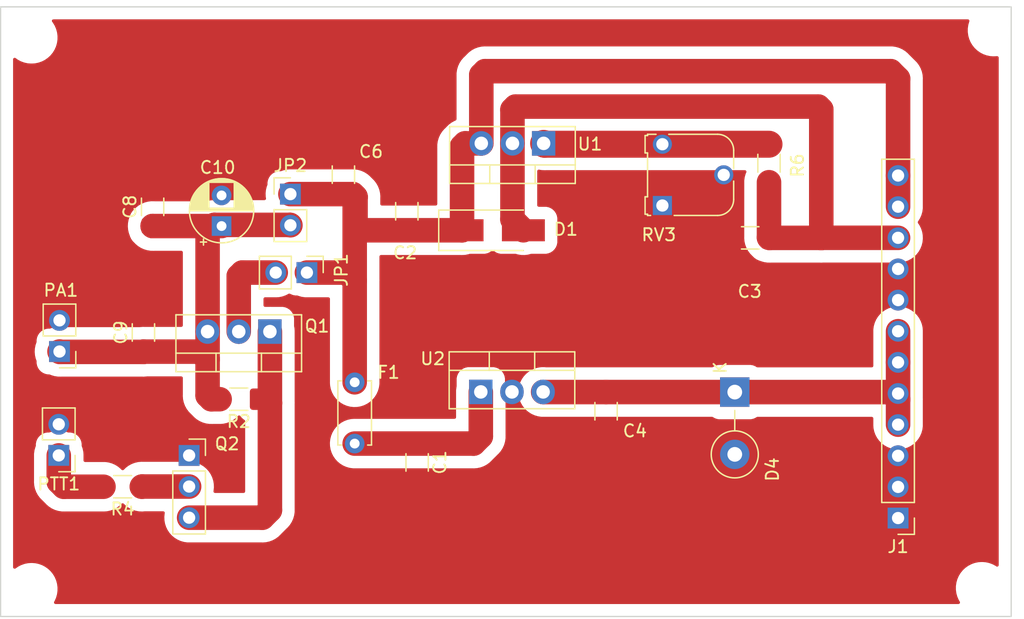
<source format=kicad_pcb>
(kicad_pcb (version 20211014) (generator pcbnew)
  (layers (0 "F.Cu" signal) (31 "B.Cu" signal) (35 "F.Paste" user) (37 "F.SilkS" user "F.Silkscreen") (38 "B.Mask" user) (39 "F.Mask" user) (44 "Edge.Cuts" user))
  (net 0 "")
  (net 1 "GND")
  (net 2 "+VDC")
  (net 3 "Net-(C4-Pad1)")
  (net 4 "Net-(C3-Pad1)")
  (net 5 "Net-(R6-Pad2)")
  (net 6 "Net-(C2-Pad1)")
  (net 7 "Net-(JP1-Pad2)")
  (net 8 "Net-(PTT1-Pad1)")
  (net 9 "Net-(Q1-Pad1)")
  (net 10 "Net-(Q2-Pad2)")
  (net 11 "Net-(C1-Pad1)")
  (footprint "Package_TO_SOT_THT:TO-220-3_Vertical" (layer "F.Cu") (at 71.69 69.955)
    (fp_text reference "U2" (at -3.92 -2.705) (layer "F.SilkS"))
    (fp_text value "Mornsun K7805-1000R3" hide)
    (fp_line (start 4.391 -3.27) (end 4.391 -1.76) (layer "F.SilkS") (width 0.12))
    (fp_line (start -2.58 1.371) (end 7.66 1.371) (layer "F.SilkS") (width 0.12))
    (fp_line (start 0.69 -3.27) (end 0.69 -1.76) (layer "F.SilkS") (width 0.12))
    (fp_line (start -2.58 -3.27) (end 7.66 -3.27) (layer "F.SilkS") (width 0.12))
    (fp_line (start -2.58 -1.76) (end 7.66 -1.76) (layer "F.SilkS") (width 0.12))
    (fp_line (start 7.66 -3.27) (end 7.66 1.371) (layer "F.SilkS") (width 0.12))
    (fp_line (start -2.58 -3.27) (end -2.58 1.371) (layer "F.SilkS") (width 0.12))
    (pad "1" thru_hole rect (at 0 0) (size 1.905 2) (drill 1.1) (layers *.Cu *.Mask) (net 11 "Net-(C1-Pad1)"))
    (pad "2" thru_hole oval (at 2.54 0) (size 1.905 2) (drill 1.1) (layers *.Cu *.Mask) (net 1 "GND"))
    (pad "3" thru_hole oval (at 5.08 0) (size 1.905 2) (drill 1.1) (layers *.Cu *.Mask) (net 3 "Net-(C4-Pad1)"))
  )
  (footprint "Capacitor_SMD:C_1206_3216Metric_Pad1.33x1.80mm_HandSolder" (layer "F.Cu") (at 93.6475 57.39 180)
    (fp_text reference "C3" (at 0.04 -4.37) (layer "F.SilkS"))
    (fp_text value "100nF" hide)
    (fp_line (start -0.711252 -0.91) (end 0.711252 -0.91) (layer "F.SilkS") (width 0.12))
    (fp_line (start -0.711252 0.91) (end 0.711252 0.91) (layer "F.SilkS") (width 0.12))
    (pad "1" smd roundrect (at -1.5625 0 180) (size 1.325 1.8) (layers "F.Cu" "F.Paste" "F.Mask") (roundrect_rratio 0.188679) (net 4 "Net-(C3-Pad1)"))
    (pad "2" smd roundrect (at 1.5625 0 180) (size 1.325 1.8) (layers "F.Cu" "F.Paste" "F.Mask") (roundrect_rratio 0.188679) (net 1 "GND"))
  )
  (footprint "Capacitor_THT:CP_Radial_D5.0mm_P2.50mm" (layer "F.Cu") (at 50.56 56.425112 90)
    (fp_text reference "C10" (at 4.775112 -0.32 180) (layer "F.SilkS"))
    (fp_text value "22uF 25v" hide)
    (fp_line (start 2.891 -2.004) (end 2.891 -1.04) (layer "F.SilkS") (width 0.12))
    (fp_line (start 3.331 -1.554) (end 3.331 -1.04) (layer "F.SilkS") (width 0.12))
    (fp_line (start 3.331 1.04) (end 3.331 1.554) (layer "F.SilkS") (width 0.12))
    (fp_line (start 3.171 1.04) (end 3.171 1.743) (layer "F.SilkS") (width 0.12))
    (fp_line (start 3.131 -1.785) (end 3.131 -1.04) (layer "F.SilkS") (width 0.12))
    (fp_line (start 2.531 1.04) (end 2.531 2.247) (layer "F.SilkS") (width 0.12))
    (fp_line (start 3.051 -1.864) (end 3.051 -1.04) (layer "F.SilkS") (width 0.12))
    (fp_line (start 2.851 -2.035) (end 2.851 -1.04) (layer "F.SilkS") (width 0.12))
    (fp_line (start 2.011 1.04) (end 2.011 2.468) (layer "F.SilkS") (width 0.12))
    (fp_line (start 1.81 1.04) (end 1.81 2.52) (layer "F.SilkS") (width 0.12))
    (fp_line (start -1.304775 -1.725) (end -1.304775 -1.225) (layer "F.SilkS") (width 0.12))
    (fp_line (start 2.331 1.04) (end 2.331 2.348) (layer "F.SilkS") (width 0.12))
    (fp_line (start 2.131 1.04) (end 2.131 2.428) (layer "F.SilkS") (width 0.12))
    (fp_line (start 2.571 1.04) (end 2.571 2.224) (layer "F.SilkS") (width 0.12))
    (fp_line (start 2.811 1.04) (end 2.811 2.065) (layer "F.SilkS") (width 0.12))
    (fp_line (start 1.25 -2.58) (end 1.25 2.58) (layer "F.SilkS") (width 0.12))
    (fp_line (start 2.731 1.04) (end 2.731 2.122) (layer "F.SilkS") (width 0.12))
    (fp_line (start 1.57 1.04) (end 1.57 2.561) (layer "F.SilkS") (width 0.12))
    (fp_line (start 2.731 -2.122) (end 2.731 -1.04) (layer "F.SilkS") (width 0.12))
    (fp_line (start 1.93 -2.491) (end 1.93 -1.04) (layer "F.SilkS") (width 0.12))
    (fp_line (start 3.251 1.04) (end 3.251 1.653) (layer "F.SilkS") (width 0.12))
    (fp_line (start 3.651 -1.011) (end 3.651 1.011) (layer "F.SilkS") (width 0.12))
    (fp_line (start 1.89 -2.501) (end 1.89 -1.04) (layer "F.SilkS") (width 0.12))
    (fp_line (start 2.011 -2.468) (end 2.011 -1.04) (layer "F.SilkS") (width 0.12))
    (fp_line (start 2.891 1.04) (end 2.891 2.004) (layer "F.SilkS") (width 0.12))
    (fp_line (start 1.971 -2.48) (end 1.971 -1.04) (layer "F.SilkS") (width 0.12))
    (fp_line (start 2.411 1.04) (end 2.411 2.31) (layer "F.SilkS") (width 0.12))
    (fp_line (start 3.451 -1.383) (end 3.451 -1.04) (layer "F.SilkS") (width 0.12))
    (fp_line (start 2.171 -2.414) (end 2.171 -1.04) (layer "F.SilkS") (width 0.12))
    (fp_line (start 3.851 -0.284) (end 3.851 0.284) (layer "F.SilkS") (width 0.12))
    (fp_line (start 2.211 -2.398) (end 2.211 -1.04) (layer "F.SilkS") (width 0.12))
    (fp_line (start 3.291 -1.605) (end 3.291 -1.04) (layer "F.SilkS") (width 0.12))
    (fp_line (start 2.851 1.04) (end 2.851 2.035) (layer "F.SilkS") (width 0.12))
    (fp_line (start 1.49 1.04) (end 1.49 2.569) (layer "F.SilkS") (width 0.12))
    (fp_line (start 2.611 -2.2) (end 2.611 -1.04) (layer "F.SilkS") (width 0.12))
    (fp_line (start 2.371 -2.329) (end 2.371 -1.04) (layer "F.SilkS") (width 0.12))
    (fp_line (start 3.771 -0.677) (end 3.771 0.677) (layer "F.SilkS") (width 0.12))
    (fp_line (start 1.53 -2.565) (end 1.53 -1.04) (layer "F.SilkS") (width 0.12))
    (fp_line (start 1.57 -2.561) (end 1.57 -1.04) (layer "F.SilkS") (width 0.12))
    (fp_line (start 3.371 -1.5) (end 3.371 -1.04) (layer "F.SilkS") (width 0.12))
    (fp_line (start 2.771 -2.095) (end 2.771 -1.04) (layer "F.SilkS") (width 0.12))
    (fp_line (start 2.611 1.04) (end 2.611 2.2) (layer "F.SilkS") (width 0.12))
    (fp_line (start 2.331 -2.348) (end 2.331 -1.04) (layer "F.SilkS") (width 0.12))
    (fp_line (start 2.651 -2.175) (end 2.651 -1.04) (layer "F.SilkS") (width 0.12))
    (fp_line (start 3.091 -1.826) (end 3.091 -1.04) (layer "F.SilkS") (width 0.12))
    (fp_line (start 2.491 1.04) (end 2.491 2.268) (layer "F.SilkS") (width 0.12))
    (fp_line (start 2.771 1.04) (end 2.771 2.095) (layer "F.SilkS") (width 0.12))
    (fp_line (start 3.091 1.04) (end 3.091 1.826) (layer "F.SilkS") (width 0.12))
    (fp_line (start 3.251 -1.653) (end 3.251 -1.04) (layer "F.SilkS") (width 0.12))
    (fp_line (start 3.451 1.04) (end 3.451 1.383) (layer "F.SilkS") (width 0.12))
    (fp_line (start 3.051 1.04) (end 3.051 1.864) (layer "F.SilkS") (width 0.12))
    (fp_line (start 2.691 -2.149) (end 2.691 -1.04) (layer "F.SilkS") (width 0.12))
    (fp_line (start 3.371 1.04) (end 3.371 1.5) (layer "F.SilkS") (width 0.12))
    (fp_line (start 2.091 1.04) (end 2.091 2.442) (layer "F.SilkS") (width 0.12))
    (fp_line (start 2.811 -2.065) (end 2.811 -1.04) (layer "F.SilkS") (width 0.12))
    (fp_line (start 2.931 1.04) (end 2.931 1.971) (layer "F.SilkS") (width 0.12))
    (fp_line (start 2.051 1.04) (end 2.051 2.455) (layer "F.SilkS") (width 0.12))
    (fp_line (start 1.53 1.04) (end 1.53 2.565) (layer "F.SilkS") (width 0.12))
    (fp_line (start 3.811 -0.518) (end 3.811 0.518) (layer "F.SilkS") (width 0.12))
    (fp_line (start 3.531 1.04) (end 3.531 1.251) (layer "F.SilkS") (width 0.12))
    (fp_line (start 1.69 -2.543) (end 1.69 -1.04) (layer "F.SilkS") (width 0.12))
    (fp_line (start 2.931 -1.971) (end 2.931 -1.04) (layer "F.SilkS") (width 0.12))
    (fp_line (start 1.41 -2.576) (end 1.41 2.576) (layer "F.SilkS") (width 0.12))
    (fp_line (start 1.29 -2.58) (end 1.29 2.58) (layer "F.SilkS") (width 0.12))
    (fp_line (start 1.77 1.04) (end 1.77 2.528) (layer "F.SilkS") (width 0.12))
    (fp_line (start 3.731 -0.805) (end 3.731 0.805) (layer "F.SilkS") (width 0.12))
    (fp_line (start 1.69 1.04) (end 1.69 2.543) (layer "F.SilkS") (width 0.12))
    (fp_line (start 2.651 1.04) (end 2.651 2.175) (layer "F.SilkS") (width 0.12))
    (fp_line (start 1.49 -2.569) (end 1.49 -1.04) (layer "F.SilkS") (width 0.12))
    (fp_line (start 1.45 -2.573) (end 1.45 2.573) (layer "F.SilkS") (width 0.12))
    (fp_line (start 3.291 1.04) (end 3.291 1.605) (layer "F.SilkS") (width 0.12))
    (fp_line (start 1.85 -2.511) (end 1.85 -1.04) (layer "F.SilkS") (width 0.12))
    (fp_line (start 2.251 1.04) (end 2.251 2.382) (layer "F.SilkS") (width 0.12))
    (fp_line (start 2.411 -2.31) (end 2.411 -1.04) (layer "F.SilkS") (width 0.12))
    (fp_line (start 3.491 -1.319) (end 3.491 -1.04) (layer "F.SilkS") (width 0.12))
    (fp_line (start 1.61 -2.556) (end 1.61 -1.04) (layer "F.SilkS") (width 0.12))
    (fp_line (start 2.971 -1.937) (end 2.971 -1.04) (layer "F.SilkS") (width 0.12))
    (fp_line (start 1.85 1.04) (end 1.85 2.511) (layer "F.SilkS") (width 0.12))
    (fp_line (start 1.77 -2.528) (end 1.77 -1.04) (layer "F.SilkS") (width 0.12))
    (fp_line (start 2.451 1.04) (end 2.451 2.29) (layer "F.SilkS") (width 0.12))
    (fp_line (start 2.131 -2.428) (end 2.131 -1.04) (layer "F.SilkS") (width 0.12))
    (fp_line (start 2.171 1.04) (end 2.171 2.414) (layer "F.SilkS") (width 0.12))
    (fp_line (start 3.571 -1.178) (end 3.571 1.178) (layer "F.SilkS") (width 0.12))
    (fp_line (start 1.73 -2.536) (end 1.73 -1.04) (layer "F.SilkS") (width 0.12))
    (fp_line (start 2.691 1.04) (end 2.691 2.149) (layer "F.SilkS") (width 0.12))
    (fp_line (start 1.89 1.04) (end 1.89 2.501) (layer "F.SilkS") (width 0.12))
    (fp_line (start 2.051 -2.455) (end 2.051 -1.04) (layer "F.SilkS") (width 0.12))
    (fp_line (start 2.971 1.04) (end 2.971 1.937) (layer "F.SilkS") (width 0.12))
    (fp_line (start 1.971 1.04) (end 1.971 2.48) (layer "F.SilkS") (width 0.12))
    (fp_line (start 3.211 1.04) (end 3.211 1.699) (layer "F.SilkS") (width 0.12))
    (fp_line (start 2.251 -2.382) (end 2.251 -1.04) (layer "F.SilkS") (width 0.12))
    (fp_line (start 2.091 -2.442) (end 2.091 -1.04) (layer "F.SilkS") (width 0.12))
    (fp_line (start 1.65 -2.55) (end 1.65 -1.04) (layer "F.SilkS") (width 0.12))
    (fp_line (start 1.73 1.04) (end 1.73 2.536) (layer "F.SilkS") (width 0.12))
    (fp_line (start 3.411 1.04) (end 3.411 1.443) (layer "F.SilkS") (width 0.12))
    (fp_line (start 2.491 -2.268) (end 2.491 -1.04) (layer "F.SilkS") (width 0.12))
    (fp_line (start 2.291 1.04) (end 2.291 2.365) (layer "F.SilkS") (width 0.12))
    (fp_line (start 2.451 -2.29) (end 2.451 -1.04) (layer "F.SilkS") (width 0.12))
    (fp_line (start 3.611 -1.098) (end 3.611 1.098) (layer "F.SilkS") (width 0.12))
    (fp_line (start 3.491 1.04) (end 3.491 1.319) (layer "F.SilkS") (width 0.12))
    (fp_line (start 1.65 1.04) (end 1.65 2.55) (layer "F.SilkS") (width 0.12))
    (fp_line (start 3.411 -1.443) (end 3.411 -1.04) (layer "F.SilkS") (width 0.12))
    (fp_line (start 2.371 1.04) (end 2.371 2.329) (layer "F.SilkS") (width 0.12))
    (fp_line (start 1.93 1.04) (end 1.93 2.491) (layer "F.SilkS") (width 0.12))
    (fp_line (start 3.171 -1.743) (end 3.171 -1.04) (layer "F.SilkS") (width 0.12))
    (fp_line (start 3.011 -1.901) (end 3.011 -1.04) (layer "F.SilkS") (width 0.12))
    (fp_line (start 3.211 -1.699) (end 3.211 -1.04) (layer "F.SilkS") (width 0.12))
    (fp_line (start 2.571 -2.224) (end 2.571 -1.04) (layer "F.SilkS") (width 0.12))
    (fp_line (start 1.33 -2.579) (end 1.33 2.579) (layer "F.SilkS") (width 0.12))
    (fp_line (start 1.37 -2.578) (end 1.37 2.578) (layer "F.SilkS") (width 0.12))
    (fp_line (start 3.011 1.04) (end 3.011 1.901) (layer "F.SilkS") (width 0.12))
    (fp_line (start 3.531 -1.251) (end 3.531 -1.04) (layer "F.SilkS") (width 0.12))
    (fp_line (start 3.131 1.04) (end 3.131 1.785) (layer "F.SilkS") (width 0.12))
    (fp_line (start 1.61 1.04) (end 1.61 2.556) (layer "F.SilkS") (width 0.12))
    (fp_line (start 2.531 -2.247) (end 2.531 -1.04) (layer "F.SilkS") (width 0.12))
    (fp_line (start 3.691 -0.915) (end 3.691 0.915) (layer "F.SilkS") (width 0.12))
    (fp_line (start -1.554775 -1.475) (end -1.054775 -1.475) (layer "F.SilkS") (width 0.12))
    (fp_line (start 2.291 -2.365) (end 2.291 -1.04) (layer "F.SilkS") (width 0.12))
    (fp_line (start 2.211 1.04) (end 2.211 2.398) (layer "F.SilkS") (width 0.12))
    (fp_line (start 1.81 -2.52) (end 1.81 -1.04) (layer "F.SilkS") (width 0.12))
    (fp_circle (center 1.25 0) (end 3.87 0) (layer "F.SilkS") (width 0.12) (fill none))
    (pad "1" thru_hole rect (at 0 0 90) (size 1.6 1.6) (drill 0.8) (layers *.Cu *.Mask) (net 2 "+VDC"))
    (pad "2" thru_hole circle (at 2.5 0 90) (size 1.6 1.6) (drill 0.8) (layers *.Cu *.Mask) (net 1 "GND"))
  )
  (footprint "MountingHole:MountingHole_2.2mm_M2" (layer "F.Cu") (at 35.07 86.03)
    (fp_text reference "H3" hide)
    (fp_text value "MountingHole" hide)
    (pad "" np_thru_hole circle (at 0 0) (size 2.2 2.2) (drill 2.2) (layers *.Cu *.Mask))
  )
  (footprint "Capacitor_SMD:C_1206_3216Metric_Pad1.33x1.80mm_HandSolder" (layer "F.Cu") (at 81.9 71.53 -90)
    (fp_text reference "C4" (at 1.6075 -2.35) (layer "F.SilkS"))
    (fp_text value "22uF MLCC" hide)
    (fp_line (start -0.711252 0.91) (end 0.711252 0.91) (layer "F.SilkS") (width 0.12))
    (fp_line (start -0.711252 -0.91) (end 0.711252 -0.91) (layer "F.SilkS") (width 0.12))
    (pad "1" smd roundrect (at -1.5625 0 270) (size 1.325 1.8) (layers "F.Cu" "F.Paste" "F.Mask") (roundrect_rratio 0.188679) (net 3 "Net-(C4-Pad1)"))
    (pad "2" smd roundrect (at 1.5625 0 270) (size 1.325 1.8) (layers "F.Cu" "F.Paste" "F.Mask") (roundrect_rratio 0.188679) (net 1 "GND"))
  )
  (footprint "Diode_SMD:D_SMA_Handsoldering" (layer "F.Cu") (at 72.66 56.77)
    (fp_text reference "D1" (at 5.96 -0.08) (layer "F.SilkS"))
    (fp_text value "1N4007" hide)
    (fp_line (start -4.4 1.65) (end 2.5 1.65) (layer "F.SilkS") (width 0.12))
    (fp_line (start -4.4 -1.65) (end -4.4 1.65) (layer "F.SilkS") (width 0.12))
    (fp_line (start -4.4 -1.65) (end 2.5 -1.65) (layer "F.SilkS") (width 0.12))
    (pad "1" smd rect (at -2.5 0) (size 3.5 1.8) (layers "F.Cu" "F.Paste" "F.Mask") (net 6 "Net-(C2-Pad1)"))
    (pad "2" smd rect (at 2.5 0) (size 3.5 1.8) (layers "F.Cu" "F.Paste" "F.Mask") (net 4 "Net-(C3-Pad1)"))
  )
  (footprint "Capacitor_SMD:C_1206_3216Metric_Pad1.33x1.80mm_HandSolder" (layer "F.Cu") (at 65.66 55.22 90)
    (fp_text reference "C2" (at -3.39 -0.14) (layer "F.SilkS"))
    (fp_text value "100nF" hide)
    (fp_line (start -0.711252 0.91) (end 0.711252 0.91) (layer "F.SilkS") (width 0.12))
    (fp_line (start -0.711252 -0.91) (end 0.711252 -0.91) (layer "F.SilkS") (width 0.12))
    (pad "1" smd roundrect (at -1.5625 0 90) (size 1.325 1.8) (layers "F.Cu" "F.Paste" "F.Mask") (roundrect_rratio 0.188679) (net 6 "Net-(C2-Pad1)"))
    (pad "2" smd roundrect (at 1.5625 0 90) (size 1.325 1.8) (layers "F.Cu" "F.Paste" "F.Mask") (roundrect_rratio 0.188679) (net 1 "GND"))
  )
  (footprint "Capacitor_SMD:C_1206_3216Metric_Pad1.33x1.80mm_HandSolder" (layer "F.Cu") (at 44.19 65.1075 90)
    (fp_text reference "C9" (at 0 -1.85 90) (layer "F.SilkS"))
    (fp_text value "100nF" hide)
    (fp_line (start -0.711252 0.91) (end 0.711252 0.91) (layer "F.SilkS") (width 0.12))
    (fp_line (start -0.711252 -0.91) (end 0.711252 -0.91) (layer "F.SilkS") (width 0.12))
    (pad "1" smd roundrect (at -1.5625 0 90) (size 1.325 1.8) (layers "F.Cu" "F.Paste" "F.Mask") (roundrect_rratio 0.188679) (net 2 "+VDC"))
    (pad "2" smd roundrect (at 1.5625 0 90) (size 1.325 1.8) (layers "F.Cu" "F.Paste" "F.Mask") (roundrect_rratio 0.188679) (net 1 "GND"))
  )
  (footprint "Diode_THT:D_DO-15_P5.08mm_Vertical_KathodeUp" (layer "F.Cu") (at 92.39 69.97 -90)
    (fp_text reference "D4" (at 6.31 -3.07 -90) (layer "F.SilkS"))
    (fp_text value "5W 5.6v" hide)
    (fp_text user "K" (at -1.99 1.19 -90) (layer "F.SilkS"))
    (fp_line (start 3.16 0) (end 1.5 0) (layer "F.SilkS") (width 0.12))
    (fp_circle (center 5.08 0) (end 7 0) (layer "F.SilkS") (width 0.12) (fill none))
    (pad "1" thru_hole rect (at 0 0 270) (size 2.4 2.4) (drill 1.2) (layers *.Cu *.Mask) (net 3 "Net-(C4-Pad1)"))
    (pad "2" thru_hole oval (at 5.08 0 270) (size 2.4 2.4) (drill 1.2) (layers *.Cu *.Mask) (net 1 "GND"))
  )
  (footprint "Resistor_SMD:R_1206_3216Metric_Pad1.30x1.75mm_HandSolder" (layer "F.Cu") (at 51.965 70.55 180)
    (fp_text reference "R2" (at 0 -1.82 180) (layer "F.SilkS"))
    (fp_text value "4.7k" hide)
    (fp_line (start -0.727064 0.91) (end 0.727064 0.91) (layer "F.SilkS") (width 0.12))
    (fp_line (start -0.727064 -0.91) (end 0.727064 -0.91) (layer "F.SilkS") (width 0.12))
    (pad "1" smd roundrect (at -1.55 0 180) (size 1.3 1.75) (layers "F.Cu" "F.Paste" "F.Mask") (roundrect_rratio 0.192308) (net 9 "Net-(Q1-Pad1)"))
    (pad "2" smd roundrect (at 1.55 0 180) (size 1.3 1.75) (layers "F.Cu" "F.Paste" "F.Mask") (roundrect_rratio 0.192308) (net 2 "+VDC"))
  )
  (footprint "Connector_PinSocket_2.54mm:PinSocket_1x03_P2.54mm_Vertical" (layer "F.Cu") (at 47.915 75.135)
    (fp_text reference "Q2" (at 3.095 -0.945) (layer "F.SilkS"))
    (fp_text value "2N3904" hide)
    (fp_line (start 1.33 1.27) (end 1.33 6.41) (layer "F.SilkS") (width 0.12))
    (fp_line (start -1.33 6.41) (end 1.33 6.41) (layer "F.SilkS") (width 0.12))
    (fp_line (start -1.33 1.27) (end -1.33 6.41) (layer "F.SilkS") (width 0.12))
    (fp_line (start -1.33 1.27) (end 1.33 1.27) (layer "F.SilkS") (width 0.12))
    (fp_line (start 0 -1.33) (end 1.33 -1.33) (layer "F.SilkS") (width 0.12))
    (fp_line (start 1.33 -1.33) (end 1.33 0) (layer "F.SilkS") (width 0.12))
    (pad "1" thru_hole rect (at 0 0) (size 1.7 1.7) (drill 1) (layers *.Cu *.Mask) (net 1 "GND"))
    (pad "2" thru_hole oval (at 0 2.54) (size 1.7 1.7) (drill 1) (layers *.Cu *.Mask) (net 10 "Net-(Q2-Pad2)"))
    (pad "3" thru_hole oval (at 0 5.08) (size 1.7 1.7) (drill 1) (layers *.Cu *.Mask) (net 9 "Net-(Q1-Pad1)"))
  )
  (footprint "Connector_PinHeader_2.54mm:PinHeader_1x02_P2.54mm_Vertical" (layer "F.Cu") (at 37.35 66.66 180)
    (fp_text reference "PA1" (at -0.11 4.995 180) (layer "F.SilkS"))
    (fp_text value "VDC" hide)
    (fp_line (start -1.33 -1.33) (end 0 -1.33) (layer "F.SilkS") (width 0.12))
    (fp_line (start -1.33 0) (end -1.33 -1.33) (layer "F.SilkS") (width 0.12))
    (fp_line (start -1.33 1.27) (end -1.33 3.87) (layer "F.SilkS") (width 0.12))
    (fp_line (start 1.33 1.27) (end 1.33 3.87) (layer "F.SilkS") (width 0.12))
    (fp_line (start -1.33 1.27) (end 1.33 1.27) (layer "F.SilkS") (width 0.12))
    (fp_line (start -1.33 3.87) (end 1.33 3.87) (layer "F.SilkS") (width 0.12))
    (pad "1" thru_hole rect (at 0 0 180) (size 1.7 1.7) (drill 1) (layers *.Cu *.Mask) (net 2 "+VDC"))
    (pad "2" thru_hole oval (at 0 2.54 180) (size 1.7 1.7) (drill 1) (layers *.Cu *.Mask) (net 1 "GND"))
  )
  (footprint "Resistor_SMD:R_1206_3216Metric_Pad1.30x1.75mm_HandSolder" (layer "F.Cu") (at 42.4975 77.69 180)
    (fp_text reference "R4" (at 0 -1.82 180) (layer "F.SilkS"))
    (fp_text value "4.7k" hide)
    (fp_line (start -0.727064 0.91) (end 0.727064 0.91) (layer "F.SilkS") (width 0.12))
    (fp_line (start -0.727064 -0.91) (end 0.727064 -0.91) (layer "F.SilkS") (width 0.12))
    (pad "1" smd roundrect (at -1.55 0 180) (size 1.3 1.75) (layers "F.Cu" "F.Paste" "F.Mask") (roundrect_rratio 0.192308) (net 10 "Net-(Q2-Pad2)"))
    (pad "2" smd roundrect (at 1.55 0 180) (size 1.3 1.75) (layers "F.Cu" "F.Paste" "F.Mask") (roundrect_rratio 0.192308) (net 8 "Net-(PTT1-Pad1)"))
  )
  (footprint "Capacitor_SMD:C_1206_3216Metric_Pad1.33x1.80mm_HandSolder" (layer "F.Cu") (at 60.49 52.23 90)
    (fp_text reference "C6" (at 1.88 2.25 180) (layer "F.SilkS"))
    (fp_text value "1nF" hide)
    (fp_line (start -0.711252 0.91) (end 0.711252 0.91) (layer "F.SilkS") (width 0.12))
    (fp_line (start -0.711252 -0.91) (end 0.711252 -0.91) (layer "F.SilkS") (width 0.12))
    (pad "1" smd roundrect (at -1.5625 0 90) (size 1.325 1.8) (layers "F.Cu" "F.Paste" "F.Mask") (roundrect_rratio 0.188679) (net 6 "Net-(C2-Pad1)"))
    (pad "2" smd roundrect (at 1.5625 0 90) (size 1.325 1.8) (layers "F.Cu" "F.Paste" "F.Mask") (roundrect_rratio 0.188679) (net 1 "GND"))
  )
  (footprint "Connector_PinHeader_2.54mm:PinHeader_1x12_P2.54mm_Vertical" (layer "F.Cu") (at 105.7 80.245 180)
    (fp_text reference "J1" (at 0 -2.33) (layer "F.SilkS"))
    (fp_text value "10 PH" hide)
    (fp_line (start -1.33 1.27) (end 1.33 1.27) (layer "F.SilkS") (width 0.12))
    (fp_line (start -1.33 0) (end -1.33 -1.33) (layer "F.SilkS") (width 0.12))
    (fp_line (start -1.33 29.27) (end 1.33 29.27) (layer "F.SilkS") (width 0.12))
    (fp_line (start -1.33 -1.33) (end 0 -1.33) (layer "F.SilkS") (width 0.12))
    (fp_line (start 1.33 1.27) (end 1.33 29.27) (layer "F.SilkS") (width 0.12))
    (fp_line (start -1.33 1.27) (end -1.33 29.27) (layer "F.SilkS") (width 0.12))
    (pad "1" thru_hole rect (at 0 0 180) (size 1.7 1.7) (drill 1) (layers *.Cu *.Mask) (net 1 "GND"))
    (pad "2" thru_hole oval (at 0 2.54 180) (size 1.7 1.7) (drill 1) (layers *.Cu *.Mask) (net 1 "GND"))
    (pad "3" thru_hole oval (at 0 5.08 180) (size 1.7 1.7) (drill 1) (layers *.Cu *.Mask) (net 1 "GND"))
    (pad "4" thru_hole oval (at 0 7.62 180) (size 1.7 1.7) (drill 1) (layers *.Cu *.Mask) (net 3 "Net-(C4-Pad1)"))
    (pad "5" thru_hole oval (at 0 10.16 180) (size 1.7 1.7) (drill 1) (layers *.Cu *.Mask) (net 3 "Net-(C4-Pad1)"))
    (pad "6" thru_hole oval (at 0 12.7 180) (size 1.7 1.7) (drill 1) (layers *.Cu *.Mask) (net 3 "Net-(C4-Pad1)"))
    (pad "7" thru_hole oval (at 0 15.24 180) (size 1.7 1.7) (drill 1) (layers *.Cu *.Mask) (net 3 "Net-(C4-Pad1)"))
    (pad "8" thru_hole oval (at 0 17.78 180) (size 1.7 1.7) (drill 1) (layers *.Cu *.Mask) (net 1 "GND"))
    (pad "9" thru_hole oval (at 0 20.32 180) (size 1.7 1.7) (drill 1) (layers *.Cu *.Mask) (net 1 "GND"))
    (pad "10" thru_hole oval (at 0 22.86 180) (size 1.7 1.7) (drill 1) (layers *.Cu *.Mask) (net 4 "Net-(C3-Pad1)"))
    (pad "11" thru_hole oval (at 0 25.4 180) (size 1.7 1.7) (drill 1) (layers *.Cu *.Mask) (net 6 "Net-(C2-Pad1)"))
    (pad "12" thru_hole oval (at 0 27.94 180) (size 1.7 1.7) (drill 1) (layers *.Cu *.Mask) (net 6 "Net-(C2-Pad1)"))
  )
  (footprint "Capacitor_SMD:C_1206_3216Metric_Pad1.33x1.80mm_HandSolder" (layer "F.Cu") (at 44.94 54.8575 90)
    (fp_text reference "C8" (at 0 -1.85 90) (layer "F.SilkS"))
    (fp_text value "100nF" hide)
    (fp_line (start -0.711252 0.91) (end 0.711252 0.91) (layer "F.SilkS") (width 0.12))
    (fp_line (start -0.711252 -0.91) (end 0.711252 -0.91) (layer "F.SilkS") (width 0.12))
    (pad "1" smd roundrect (at -1.5625 0 90) (size 1.325 1.8) (layers "F.Cu" "F.Paste" "F.Mask") (roundrect_rratio 0.188679) (net 2 "+VDC"))
    (pad "2" smd roundrect (at 1.5625 0 90) (size 1.325 1.8) (layers "F.Cu" "F.Paste" "F.Mask") (roundrect_rratio 0.188679) (net 1 "GND"))
  )
  (footprint "Connector_PinHeader_2.54mm:PinHeader_1x02_P2.54mm_Vertical" (layer "F.Cu") (at 56.17 53.82)
    (fp_text reference "JP2" (at 0 -2.33) (layer "F.SilkS"))
    (fp_text value "Jumper_2_Open" hide)
    (fp_line (start -1.33 3.87) (end 1.33 3.87) (layer "F.SilkS") (width 0.12))
    (fp_line (start -1.33 0) (end -1.33 -1.33) (layer "F.SilkS") (width 0.12))
    (fp_line (start -1.33 1.27) (end -1.33 3.87) (layer "F.SilkS") (width 0.12))
    (fp_line (start -1.33 1.27) (end 1.33 1.27) (layer "F.SilkS") (width 0.12))
    (fp_line (start -1.33 -1.33) (end 0 -1.33) (layer "F.SilkS") (width 0.12))
    (fp_line (start 1.33 1.27) (end 1.33 3.87) (layer "F.SilkS") (width 0.12))
    (pad "1" thru_hole rect (at 0 0) (size 1.7 1.7) (drill 1) (layers *.Cu *.Mask) (net 6 "Net-(C2-Pad1)"))
    (pad "2" thru_hole oval (at 0 2.54) (size 1.7 1.7) (drill 1) (layers *.Cu *.Mask) (net 2 "+VDC"))
  )
  (footprint "Capacitor_THT:C_Disc_D5.0mm_W2.5mm_P5.00mm" (layer "F.Cu") (at 61.41 69.17 -90)
    (fp_text reference "F1" (at -0.81 -2.76 180) (layer "F.SilkS"))
    (fp_text value "250mA" hide)
    (fp_line (start -0.12 1.055) (end -0.12 1.37) (layer "F.SilkS") (width 0.12))
    (fp_line (start 5.12 -1.37) (end 5.12 -1.055) (layer "F.SilkS") (width 0.12))
    (fp_line (start -0.12 1.37) (end 5.12 1.37) (layer "F.SilkS") (width 0.12))
    (fp_line (start -0.12 -1.37) (end 5.12 -1.37) (layer "F.SilkS") (width 0.12))
    (fp_line (start 5.12 1.055) (end 5.12 1.37) (layer "F.SilkS") (width 0.12))
    (fp_line (start -0.12 -1.37) (end -0.12 -1.055) (layer "F.SilkS") (width 0.12))
    (pad "1" thru_hole circle (at 0 0 270) (size 1.6 1.6) (drill 0.8) (layers *.Cu *.Mask) (net 6 "Net-(C2-Pad1)"))
    (pad "2" thru_hole circle (at 5 0 270) (size 1.6 1.6) (drill 0.8) (layers *.Cu *.Mask) (net 11 "Net-(C1-Pad1)"))
  )
  (footprint "Connector_PinHeader_2.54mm:PinHeader_1x02_P2.54mm_Vertical" (layer "F.Cu") (at 37.29 75.135 180)
    (fp_text reference "PTT1" (at 0 -2.33) (layer "F.SilkS"))
    (fp_text value "PTT")
    (fp_line (start -1.33 1.27) (end -1.33 3.87) (layer "F.SilkS") (width 0.12))
    (fp_line (start 1.33 1.27) (end 1.33 3.87) (layer "F.SilkS") (width 0.12))
    (fp_line (start -1.33 3.87) (end 1.33 3.87) (layer "F.SilkS") (width 0.12))
    (fp_line (start -1.33 1.27) (end 1.33 1.27) (layer "F.SilkS") (width 0.12))
    (fp_line (start -1.33 -1.33) (end 0 -1.33) (layer "F.SilkS") (width 0.12))
    (fp_line (start -1.33 0) (end -1.33 -1.33) (layer "F.SilkS") (width 0.12))
    (pad "1" thru_hole rect (at 0 0 180) (size 1.7 1.7) (drill 1) (layers *.Cu *.Mask) (net 8 "Net-(PTT1-Pad1)"))
    (pad "2" thru_hole oval (at 0 2.54 180) (size 1.7 1.7) (drill 1) (layers *.Cu *.Mask) (net 1 "GND"))
  )
  (footprint "Package_TO_SOT_THT:TO-220-3_Vertical" (layer "F.Cu") (at 76.81 49.68 180)
    (fp_text reference "U1" (at -3.78 -0.06) (layer "F.SilkS"))
    (fp_text value "LM317_TO-220" hide)
    (fp_line (start 0.69 -3.27) (end 0.69 -1.76) (layer "F.SilkS") (width 0.12))
    (fp_line (start -2.58 -3.27) (end 7.66 -3.27) (layer "F.SilkS") (width 0.12))
    (fp_line (start -2.58 -1.76) (end 7.66 -1.76) (layer "F.SilkS") (width 0.12))
    (fp_line (start 7.66 -3.27) (end 7.66 1.371) (layer "F.SilkS") (width 0.12))
    (fp_line (start 4.391 -3.27) (end 4.391 -1.76) (layer "F.SilkS") (width 0.12))
    (fp_line (start -2.58 1.371) (end 7.66 1.371) (layer "F.SilkS") (width 0.12))
    (fp_line (start -2.58 -3.27) (end -2.58 1.371) (layer "F.SilkS") (width 0.12))
    (pad "1" thru_hole rect (at 0 0 180) (size 1.905 2) (drill 1.1) (layers *.Cu *.Mask) (net 5 "Net-(R6-Pad2)"))
    (pad "2" thru_hole oval (at 2.54 0 180) (size 1.905 2) (drill 1.1) (layers *.Cu *.Mask) (net 4 "Net-(C3-Pad1)"))
    (pad "3" thru_hole oval (at 5.08 0 180) (size 1.905 2) (drill 1.1) (layers *.Cu *.Mask) (net 6 "Net-(C2-Pad1)"))
  )
  (footprint "Package_TO_SOT_THT:TO-220-3_Vertical" (layer "F.Cu") (at 54.5 65.035 180)
    (fp_text reference "Q1" (at -3.84 0.445) (layer "F.SilkS"))
    (fp_text value "IRF9540N" hide)
    (fp_line (start -2.58 -3.27) (end -2.58 1.371) (layer "F.SilkS") (width 0.12))
    (fp_line (start 7.66 -3.27) (end 7.66 1.371) (layer "F.SilkS") (width 0.12))
    (fp_line (start -2.58 -3.27) (end 7.66 -3.27) (layer "F.SilkS") (width 0.12))
    (fp_line (start -2.58 1.371) (end 7.66 1.371) (layer "F.SilkS") (width 0.12))
    (fp_line (start -2.58 -1.76) (end 7.66 -1.76) (layer "F.SilkS") (width 0.12))
    (fp_line (start 0.69 -3.27) (end 0.69 -1.76) (layer "F.SilkS") (width 0.12))
    (fp_line (start 4.391 -3.27) (end 4.391 -1.76) (layer "F.SilkS") (width 0.12))
    (pad "1" thru_hole rect (at 0 0 180) (size 1.905 2) (drill 1.1) (layers *.Cu *.Mask) (net 9 "Net-(Q1-Pad1)"))
    (pad "2" thru_hole oval (at 2.54 0 180) (size 1.905 2) (drill 1.1) (layers *.Cu *.Mask) (net 7 "Net-(JP1-Pad2)"))
    (pad "3" thru_hole oval (at 5.08 0 180) (size 1.905 2) (drill 1.1) (layers *.Cu *.Mask) (net 2 "+VDC"))
  )
  (footprint "Connector_PinHeader_2.54mm:PinHeader_1x02_P2.54mm_Vertical" (layer "F.Cu") (at 57.515 60.22 -90)
    (fp_text reference "JP1" (at -0.21 -2.805 90) (layer "F.SilkS"))
    (fp_text value "Jumper_2_Open" hide)
    (fp_line (start -1.33 3.87) (end 1.33 3.87) (layer "F.SilkS") (width 0.12))
    (fp_line (start -1.33 1.27) (end 1.33 1.27) (layer "F.SilkS") (width 0.12))
    (fp_line (start -1.33 -1.33) (end 0 -1.33) (layer "F.SilkS") (width 0.12))
    (fp_line (start -1.33 1.27) (end -1.33 3.87) (layer "F.SilkS") (width 0.12))
    (fp_line (start 1.33 1.27) (end 1.33 3.87) (layer "F.SilkS") (width 0.12))
    (fp_line (start -1.33 0) (end -1.33 -1.33) (layer "F.SilkS") (width 0.12))
    (pad "1" thru_hole rect (at 0 0 270) (size 1.7 1.7) (drill 1) (layers *.Cu *.Mask) (net 6 "Net-(C2-Pad1)"))
    (pad "2" thru_hole oval (at 0 2.54 270) (size 1.7 1.7) (drill 1) (layers *.Cu *.Mask) (net 7 "Net-(JP1-Pad2)"))
  )
  (footprint "Capacitor_SMD:C_1206_3216Metric_Pad1.33x1.80mm_HandSolder" (layer "F.Cu") (at 66.5 75.7075 -90)
    (fp_text reference "C1" (at 0 -1.85 90) (layer "F.SilkS"))
    (fp_text value "10uF 50v MLCC" hide)
    (fp_line (start -0.711252 0.91) (end 0.711252 0.91) (layer "F.SilkS") (width 0.12))
    (fp_line (start -0.711252 -0.91) (end 0.711252 -0.91) (layer "F.SilkS") (width 0.12))
    (pad "1" smd roundrect (at -1.5625 0 270) (size 1.325 1.8) (layers "F.Cu" "F.Paste" "F.Mask") (roundrect_rratio 0.188679) (net 11 "Net-(C1-Pad1)"))
    (pad "2" smd roundrect (at 1.5625 0 270) (size 1.325 1.8) (layers "F.Cu" "F.Paste" "F.Mask") (roundrect_rratio 0.188679) (net 1 "GND"))
  )
  (footprint "MountingHole:MountingHole_2.2mm_M2" (layer "F.Cu") (at 35.07 41.05)
    (fp_text reference "H1" hide)
    (fp_text value "MountingHole" hide)
    (pad "" np_thru_hole circle (at 0 0) (size 2.2 2.2) (drill 2.2) (layers *.Cu *.Mask))
  )
  (footprint "MountingHole:MountingHole_2.2mm_M2" (layer "F.Cu") (at 113.5 40.46)
    (fp_text reference "H2" hide)
    (fp_text value "MountingHole" hide)
    (pad "" np_thru_hole circle (at 0 0) (size 2.2 2.2) (drill 2.2) (layers *.Cu *.Mask))
  )
  (footprint "Potentiometer_THT:Potentiometer_Runtron_RM-065_Vertical" (layer "F.Cu") (at 86.49 54.75 90)
    (fp_text reference "RV3" (at -2.39 -0.29 180) (layer "F.SilkS"))
    (fp_text value "5k" hide)
    (fp_line (start 4.5 5.81) (end 3.01 5.81) (layer "F.SilkS") (width 0.12))
    (fp_line (start -0.71 -1.41) (end 0.71 -1.41) (layer "F.SilkS") (width 0.12))
    (fp_line (start -0.81 -1.21) (end -0.81 -0.96) (layer "F.SilkS") (width 0.12))
    (fp_line (start 5.81 -1.21) (end 5.81 -0.52) (layer "F.SilkS") (width 0.12))
    (fp_line (start 4.29 -1.41) (end 5.71 -1.41) (layer "F.SilkS") (width 0.12))
    (fp_line (start 5.71 -1.41) (end 5.71 -1.21) (layer "F.SilkS") (width 0.12))
    (fp_line (start 1.99 5.81) (end 0.5 5.81) (layer "F.SilkS") (width 0.12))
    (fp_line (start 0.71 -1.21) (end 4.29 -1.21) (layer "F.SilkS") (width 0.12))
    (fp_line (start -0.71 -1.41) (end -0.71 -1.21) (layer "F.SilkS") (width 0.12))
    (fp_line (start -0.71 -1.21) (end -0.81 -1.21) (layer "F.SilkS") (width 0.12))
    (fp_line (start 5.71 -1.21) (end 5.81 -1.21) (layer "F.SilkS") (width 0.12))
    (fp_line (start 4.29 -1.21) (end 4.29 -1.41) (layer "F.SilkS") (width 0.12))
    (fp_line (start 5.81 0.52) (end 5.81 4.5) (layer "F.SilkS") (width 0.12))
    (fp_line (start 0.71 -1.21) (end 0.71 -1.41) (layer "F.SilkS") (width 0.12))
    (fp_line (start -0.81 4.5) (end -0.81 0.96) (layer "F.SilkS") (width 0.12))
    (fp_arc (start 0.5 5.81) (mid -0.42631 5.42631) (end -0.81 4.5) (layer "F.SilkS") (width 0.12))
    (fp_arc (start 5.81 4.5) (mid 5.42631 5.42631) (end 4.5 5.81) (layer "F.SilkS") (width 0.12))
    (pad "1" thru_hole rect (at 0 0 90) (size 1.56 1.56) (drill 1) (layers *.Cu *.Mask) (net 1 "GND"))
    (pad "2" thru_hole circle (at 2.5 5 90) (size 1.56 1.56) (drill 1) (layers *.Cu *.Mask) (net 1 "GND"))
    (pad "3" thru_hole circle (at 5 0 90) (size 1.56 1.56) (drill 1) (layers *.Cu *.Mask) (net 5 "Net-(R6-Pad2)"))
  )
  (footprint "MountingHole:MountingHole_2.2mm_M2" (layer "F.Cu") (at 112.53 85.95)
    (fp_text reference "H4" hide)
    (fp_text value "MountingHole" hide)
    (pad "" np_thru_hole circle (at 0 0) (size 2.2 2.2) (drill 2.2) (layers *.Cu *.Mask))
  )
  (footprint "Resistor_SMD:R_1206_3216Metric_Pad1.30x1.75mm_HandSolder" (layer "F.Cu") (at 95.18 51.3 90)
    (fp_text reference "R6" (at -0.18 2.32 90) (layer "F.SilkS"))
    (fp_text value "240 / 220" hide)
    (fp_line (start -0.727064 -0.91) (end 0.727064 -0.91) (layer "F.SilkS") (width 0.12))
    (fp_line (start -0.727064 0.91) (end 0.727064 0.91) (layer "F.SilkS") (width 0.12))
    (pad "1" smd roundrect (at -1.55 0 90) (size 1.3 1.75) (layers "F.Cu" "F.Paste" "F.Mask") (roundrect_rratio 0.192308) (net 4 "Net-(C3-Pad1)"))
    (pad "2" smd roundrect (at 1.55 0 90) (size 1.3 1.75) (layers "F.Cu" "F.Paste" "F.Mask") (roundrect_rratio 0.192308) (net 5 "Net-(R6-Pad2)"))
  )
  (gr_rect (start 32.55 38.545) (end 114.92 88.275) (layer "Edge.Cuts") (width 0.1) (fill none))
  (segment (start 48.81 66.67) (end 49.42 67.28) (width 2) (layer "F.Cu") (net 2))
  (segment (start 49.42 70.25) (end 49.72 70.55) (width 2) (layer "F.Cu") (net 2))
  (segment (start 44.17 66.69) (end 44.19 66.67) (width 2) (layer "F.Cu") (net 2))
  (segment (start 44.19 66.67) (end 48.81 66.67) (width 2) (layer "F.Cu") (net 2))
  (segment (start 49.97 56.33) (end 56.14 56.33) (width 2) (layer "F.Cu") (net 2))
  (segment (start 37.35 66.66) (end 37.38 66.69) (width 2) (layer "F.Cu") (net 2))
  (segment (start 49.42 65.035) (end 49.42 56.88) (width 2) (layer "F.Cu") (net 2))
  (segment (start 49.42 67.28) (end 49.42 70.25) (width 2) (layer "F.Cu") (net 2))
  (segment (start 56.14 56.33) (end 56.17 56.36) (width 2) (layer "F.Cu") (net 2))
  (segment (start 44.945112 56.425112) (end 44.94 56.42) (width 2) (layer "F.Cu") (net 2))
  (segment (start 49.72 70.55) (end 50.4025 70.55) (width 2) (layer "F.Cu") (net 2))
  (segment (start 49.42 65.035) (end 49.42 67.28) (width 2) (layer "F.Cu") (net 2))
  (segment (start 37.38 66.69) (end 44.17 66.69) (width 2) (layer "F.Cu") (net 2))
  (segment (start 49.42 56.88) (end 49.97 56.33) (width 2) (layer "F.Cu") (net 2))
  (segment (start 50.56 56.425112) (end 44.945112 56.425112) (width 2) (layer "F.Cu") (net 2))
  (segment (start 81.9 69.9675) (end 76.7825 69.9675) (width 2) (layer "F.Cu") (net 3))
  (segment (start 81.9 69.9675) (end 92.3875 69.9675) (width 2) (layer "F.Cu") (net 3))
  (segment (start 76.7825 69.9675) (end 76.77 69.955) (width 2) (layer "F.Cu") (net 3))
  (segment (start 92.39 69.97) (end 105.09 69.97) (width 2) (layer "F.Cu") (net 3))
  (segment (start 105.09 69.97) (end 105.7 70.58) (width 2) (layer "F.Cu") (net 3))
  (segment (start 105.7 67.545) (end 105.7 70.58) (width 2) (layer "F.Cu") (net 3))
  (segment (start 105.7 67.545) (end 105.7 65.005) (width 2) (layer "F.Cu") (net 3))
  (segment (start 105.7 70.58) (end 105.7 72.625) (width 2) (layer "F.Cu") (net 3))
  (segment (start 92.3875 69.9675) (end 92.39 69.97) (width 2) (layer "F.Cu") (net 3))
  (segment (start 99.44 57.39) (end 99.445 57.385) (width 2) (layer "F.Cu") (net 4))
  (segment (start 99.44 46.92) (end 99.44 57.39) (width 2) (layer "F.Cu") (net 4))
  (segment (start 99.2 46.68) (end 99.44 46.92) (width 2) (layer "F.Cu") (net 4))
  (segment (start 74.27 49.68) (end 74.27 46.93) (width 2) (layer "F.Cu") (net 4))
  (segment (start 99.445 57.385) (end 105.7 57.385) (width 2) (layer "F.Cu") (net 4))
  (segment (start 74.52 46.68) (end 99.2 46.68) (width 2) (layer "F.Cu") (net 4))
  (segment (start 95.21 57.39) (end 99.44 57.39) (width 2) (layer "F.Cu") (net 4))
  (segment (start 95.18 57.36) (end 95.21 57.39) (width 2) (layer "F.Cu") (net 4))
  (segment (start 74.27 55.88) (end 75.16 56.77) (width 2) (layer "F.Cu") (net 4))
  (segment (start 95.18 52.85) (end 95.18 57.36) (width 2) (layer "F.Cu") (net 4))
  (segment (start 74.27 46.93) (end 74.52 46.68) (width 2) (layer "F.Cu") (net 4))
  (segment (start 74.27 49.68) (end 74.27 55.88) (width 2) (layer "F.Cu") (net 4))
  (segment (start 95.18 49.75) (end 76.88 49.75) (width 2.2) (layer "F.Cu") (net 5))
  (segment (start 76.88 49.75) (end 76.81 49.68) (width 2.2) (layer "F.Cu") (net 5))
  (segment (start 70.16 56.77) (end 62.02 56.77) (width 2) (layer "F.Cu") (net 6))
  (segment (start 61.25 53.82) (end 61.48 54.05) (width 2) (layer "F.Cu") (net 6))
  (segment (start 70.16 56.77) (end 70.16 49.93) (width 2) (layer "F.Cu") (net 6))
  (segment (start 62.02 56.77) (end 61.48 56.23) (width 2) (layer "F.Cu") (net 6))
  (segment (start 71.73 49.68) (end 71.73 44.1) (width 2) (layer "F.Cu") (net 6))
  (segment (start 60.76 60.22) (end 61.41 60.87) (width 2) (layer "F.Cu") (net 6))
  (segment (start 70.16 49.93) (end 70.41 49.68) (width 2) (layer "F.Cu") (net 6))
  (segment (start 105.7 52.305) (end 105.7 54.845) (width 2) (layer "F.Cu") (net 6))
  (segment (start 61.41 53.98) (end 61.25 53.82) (width 2) (layer "F.Cu") (net 6))
  (segment (start 72.04 43.79) (end 105.09 43.79) (width 2) (layer "F.Cu") (net 6))
  (segment (start 61.45 54.08) (end 61.48 54.05) (width 2) (layer "F.Cu") (net 6))
  (segment (start 61.48 54.05) (end 61.48 56.23) (width 2) (layer "F.Cu") (net 6))
  (segment (start 61.41 60.87) (end 61.41 53.98) (width 2) (layer "F.Cu") (net 6))
  (segment (start 105.7 44.4) (end 105.09 43.79) (width 2) (layer "F.Cu") (net 6))
  (segment (start 71.73 44.1) (end 72.04 43.79) (width 2) (layer "F.Cu") (net 6))
  (segment (start 57.515 60.22) (end 60.76 60.22) (width 2) (layer "F.Cu") (net 6))
  (segment (start 70.41 49.68) (end 71.73 49.68) (width 2) (layer "F.Cu") (net 6))
  (segment (start 105.7 52.305) (end 105.7 44.4) (width 2) (layer "F.Cu") (net 6))
  (segment (start 56.17 53.82) (end 61.25 53.82) (width 2) (layer "F.Cu") (net 6))
  (segment (start 61.41 69.17) (end 61.41 60.87) (width 2) (layer "F.Cu") (net 6))
  (segment (start 52.25 60.22) (end 51.96 60.51) (width 2) (layer "F.Cu") (net 7))
  (segment (start 54.975 60.22) (end 52.25 60.22) (width 2) (layer "F.Cu") (net 7))
  (segment (start 51.96 60.51) (end 51.96 65.035) (width 2) (layer "F.Cu") (net 7))
  (segment (start 37.29 75.135) (end 37.29 77.28) (width 2) (layer "F.Cu") (net 8))
  (segment (start 37.29 77.28) (end 37.7 77.69) (width 2) (layer "F.Cu") (net 8))
  (segment (start 37.7 77.69) (end 40.935 77.69) (width 2) (layer "F.Cu") (net 8))
  (segment (start 54.5 79.6) (end 53.885 80.215) (width 2) (layer "F.Cu") (net 9))
  (segment (start 54.5 70.86) (end 54.5 79.6) (width 2) (layer "F.Cu") (net 9))
  (segment (start 53.885 80.215) (end 47.915 80.215) (width 2) (layer "F.Cu") (net 9))
  (segment (start 54.5 65.035) (end 54.5 70.86) (width 2) (layer "F.Cu") (net 9))
  (segment (start 54.19 70.55) (end 54.5 70.86) (width 2) (layer "F.Cu") (net 9))
  (segment (start 44.075 77.675) (end 44.06 77.69) (width 2) (layer "F.Cu") (net 10))
  (segment (start 47.915 77.675) (end 44.075 77.675) (width 2) (layer "F.Cu") (net 10))
  (segment (start 61.41 74.17) (end 71.1 74.17) (width 2) (layer "F.Cu") (net 11))
  (segment (start 71.1 74.17) (end 71.69 73.58) (width 2) (layer "F.Cu") (net 11))
  (segment (start 71.69 73.58) (end 71.69 69.955) (width 2) (layer "F.Cu") (net 11))
  (zone (net 1) (net_name "GND") (layer "F.Cu") (connect_pads yes (clearance 1.016)) (min_thickness 0.254) (fill yes (thermal_gap 0.508) (thermal_bridge_width 0.508))
    (polygon (pts (xy 115.05 88.5) (xy 32.62 88.5) (xy 32.62 38.77) (xy 115.05 38.77)))
  )
)
</source>
